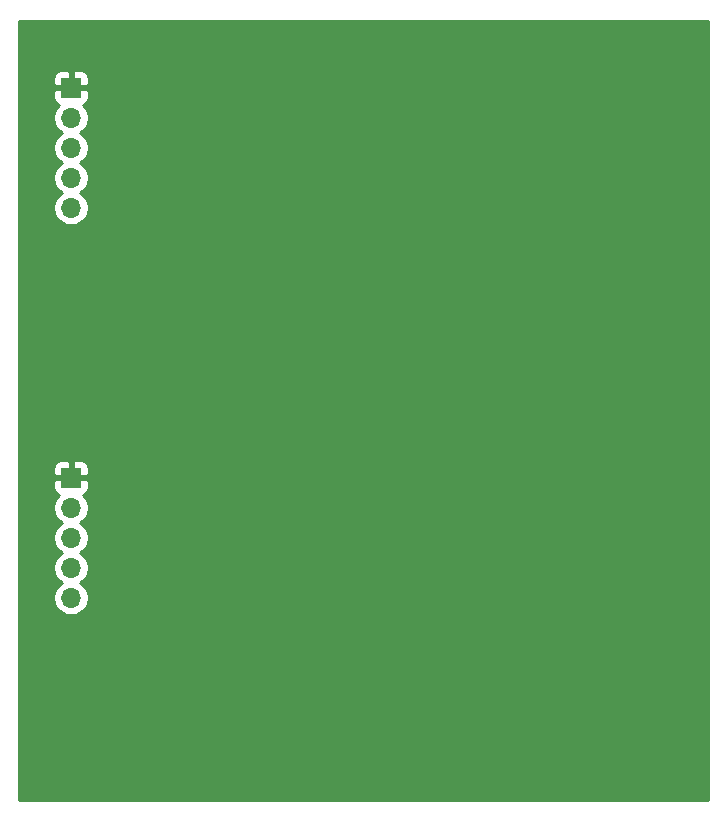
<source format=gbr>
%TF.GenerationSoftware,KiCad,Pcbnew,5.1.6-c6e7f7d~87~ubuntu20.04.1*%
%TF.CreationDate,2020-08-30T17:45:41-04:00*%
%TF.ProjectId,noob_tester,6e6f6f62-5f74-4657-9374-65722e6b6963,rev?*%
%TF.SameCoordinates,Original*%
%TF.FileFunction,Copper,L2,Bot*%
%TF.FilePolarity,Positive*%
%FSLAX46Y46*%
G04 Gerber Fmt 4.6, Leading zero omitted, Abs format (unit mm)*
G04 Created by KiCad (PCBNEW 5.1.6-c6e7f7d~87~ubuntu20.04.1) date 2020-08-30 17:45:41*
%MOMM*%
%LPD*%
G01*
G04 APERTURE LIST*
%TA.AperFunction,ComponentPad*%
%ADD10O,1.700000X1.700000*%
%TD*%
%TA.AperFunction,ComponentPad*%
%ADD11R,1.700000X1.700000*%
%TD*%
%TA.AperFunction,ViaPad*%
%ADD12C,0.800000*%
%TD*%
%TA.AperFunction,Conductor*%
%ADD13C,0.254000*%
%TD*%
G04 APERTURE END LIST*
D10*
%TO.P,J1,10*%
%TO.N,GND*%
X99060000Y-90170000D03*
%TO.P,J1,9*%
X99060000Y-87630000D03*
%TO.P,J1,8*%
X99060000Y-85090000D03*
%TO.P,J1,7*%
X99060000Y-82550000D03*
%TO.P,J1,6*%
X99060000Y-80010000D03*
%TO.P,J1,5*%
%TO.N,Net-(J1-Pad5)*%
X99060000Y-77470000D03*
%TO.P,J1,4*%
%TO.N,Net-(J1-Pad4)*%
X99060000Y-74930000D03*
%TO.P,J1,3*%
%TO.N,Net-(J1-Pad3)*%
X99060000Y-72390000D03*
%TO.P,J1,2*%
%TO.N,Net-(J1-Pad2)*%
X99060000Y-69850000D03*
D11*
%TO.P,J1,1*%
%TO.N,GND*%
X99060000Y-67310000D03*
%TD*%
%TO.P,J2,1*%
%TO.N,GND*%
X99060000Y-100330000D03*
D10*
%TO.P,J2,2*%
%TO.N,Net-(J2-Pad2)*%
X99060000Y-102870000D03*
%TO.P,J2,3*%
%TO.N,Net-(J2-Pad3)*%
X99060000Y-105410000D03*
%TO.P,J2,4*%
%TO.N,Net-(J2-Pad4)*%
X99060000Y-107950000D03*
%TO.P,J2,5*%
%TO.N,Net-(J2-Pad5)*%
X99060000Y-110490000D03*
%TO.P,J2,6*%
%TO.N,GND*%
X99060000Y-113030000D03*
%TO.P,J2,7*%
X99060000Y-115570000D03*
%TO.P,J2,8*%
X99060000Y-118110000D03*
%TO.P,J2,9*%
X99060000Y-120650000D03*
%TO.P,J2,10*%
X99060000Y-123190000D03*
%TD*%
D12*
%TO.N,GND*%
X129540000Y-127000000D03*
X144780000Y-71120000D03*
X144780000Y-104140000D03*
X99060000Y-127000000D03*
X102870000Y-127000000D03*
X106680000Y-127000000D03*
X95250000Y-127000000D03*
X110490000Y-127000000D03*
X114300000Y-127000000D03*
X118110000Y-127000000D03*
X121920000Y-127000000D03*
X125730000Y-127000000D03*
X133350000Y-127000000D03*
X137160000Y-127000000D03*
X140970000Y-127000000D03*
X144780000Y-127000000D03*
X148590000Y-127000000D03*
X152400000Y-127000000D03*
X152400000Y-123190000D03*
X152400000Y-119380000D03*
X152400000Y-115570000D03*
X152400000Y-111760000D03*
X152400000Y-107950000D03*
X152400000Y-104140000D03*
X152400000Y-100330000D03*
X152400000Y-96520000D03*
X152400000Y-92710000D03*
X152400000Y-88900000D03*
X152400000Y-85090000D03*
X152400000Y-81280000D03*
X152400000Y-77470000D03*
X152400000Y-73660000D03*
X152400000Y-69850000D03*
X152400000Y-66040000D03*
X152400000Y-62230000D03*
X95250000Y-123190000D03*
X95250000Y-119380000D03*
X95250000Y-115570000D03*
X95250000Y-111760000D03*
X95250000Y-107950000D03*
X95250000Y-104140000D03*
X95250000Y-100330000D03*
X95250000Y-96520000D03*
X95250000Y-92710000D03*
X95250000Y-88900000D03*
X95250000Y-85090000D03*
X95250000Y-81280000D03*
X95250000Y-77470000D03*
X95250000Y-73660000D03*
X95250000Y-69850000D03*
X95250000Y-66040000D03*
X95250000Y-62230000D03*
X97155000Y-94615000D03*
X100965000Y-94615000D03*
X104775000Y-94615000D03*
X108585000Y-94615000D03*
X112395000Y-94615000D03*
X116205000Y-94615000D03*
X120015000Y-94615000D03*
X123825000Y-94615000D03*
X127635000Y-94615000D03*
X131445000Y-94615000D03*
X135255000Y-94615000D03*
X139065000Y-94615000D03*
X142875000Y-94615000D03*
X146685000Y-94615000D03*
X150495000Y-94615000D03*
X99060000Y-62230000D03*
X102870000Y-62230000D03*
X106680000Y-62230000D03*
X110490000Y-62230000D03*
X114300000Y-62230000D03*
X118110000Y-62230000D03*
X121920000Y-62230000D03*
X125730000Y-62230000D03*
X129540000Y-62230000D03*
X133350000Y-62230000D03*
X137160000Y-62230000D03*
X140970000Y-62230000D03*
X144780000Y-62230000D03*
X148590000Y-62230000D03*
%TD*%
D13*
%TO.N,GND*%
G36*
X153010001Y-127610000D02*
G01*
X94640000Y-127610000D01*
X94640000Y-123546890D01*
X97618524Y-123546890D01*
X97663175Y-123694099D01*
X97788359Y-123956920D01*
X97962412Y-124190269D01*
X98178645Y-124385178D01*
X98428748Y-124534157D01*
X98703109Y-124631481D01*
X98933000Y-124510814D01*
X98933000Y-123317000D01*
X99187000Y-123317000D01*
X99187000Y-124510814D01*
X99416891Y-124631481D01*
X99691252Y-124534157D01*
X99941355Y-124385178D01*
X100157588Y-124190269D01*
X100331641Y-123956920D01*
X100456825Y-123694099D01*
X100501476Y-123546890D01*
X100380155Y-123317000D01*
X99187000Y-123317000D01*
X98933000Y-123317000D01*
X97739845Y-123317000D01*
X97618524Y-123546890D01*
X94640000Y-123546890D01*
X94640000Y-121006890D01*
X97618524Y-121006890D01*
X97663175Y-121154099D01*
X97788359Y-121416920D01*
X97962412Y-121650269D01*
X98178645Y-121845178D01*
X98304255Y-121920000D01*
X98178645Y-121994822D01*
X97962412Y-122189731D01*
X97788359Y-122423080D01*
X97663175Y-122685901D01*
X97618524Y-122833110D01*
X97739845Y-123063000D01*
X98933000Y-123063000D01*
X98933000Y-120777000D01*
X99187000Y-120777000D01*
X99187000Y-123063000D01*
X100380155Y-123063000D01*
X100501476Y-122833110D01*
X100456825Y-122685901D01*
X100331641Y-122423080D01*
X100157588Y-122189731D01*
X99941355Y-121994822D01*
X99815745Y-121920000D01*
X99941355Y-121845178D01*
X100157588Y-121650269D01*
X100331641Y-121416920D01*
X100456825Y-121154099D01*
X100501476Y-121006890D01*
X100380155Y-120777000D01*
X99187000Y-120777000D01*
X98933000Y-120777000D01*
X97739845Y-120777000D01*
X97618524Y-121006890D01*
X94640000Y-121006890D01*
X94640000Y-118466890D01*
X97618524Y-118466890D01*
X97663175Y-118614099D01*
X97788359Y-118876920D01*
X97962412Y-119110269D01*
X98178645Y-119305178D01*
X98304255Y-119380000D01*
X98178645Y-119454822D01*
X97962412Y-119649731D01*
X97788359Y-119883080D01*
X97663175Y-120145901D01*
X97618524Y-120293110D01*
X97739845Y-120523000D01*
X98933000Y-120523000D01*
X98933000Y-118237000D01*
X99187000Y-118237000D01*
X99187000Y-120523000D01*
X100380155Y-120523000D01*
X100501476Y-120293110D01*
X100456825Y-120145901D01*
X100331641Y-119883080D01*
X100157588Y-119649731D01*
X99941355Y-119454822D01*
X99815745Y-119380000D01*
X99941355Y-119305178D01*
X100157588Y-119110269D01*
X100331641Y-118876920D01*
X100456825Y-118614099D01*
X100501476Y-118466890D01*
X100380155Y-118237000D01*
X99187000Y-118237000D01*
X98933000Y-118237000D01*
X97739845Y-118237000D01*
X97618524Y-118466890D01*
X94640000Y-118466890D01*
X94640000Y-115926890D01*
X97618524Y-115926890D01*
X97663175Y-116074099D01*
X97788359Y-116336920D01*
X97962412Y-116570269D01*
X98178645Y-116765178D01*
X98304255Y-116840000D01*
X98178645Y-116914822D01*
X97962412Y-117109731D01*
X97788359Y-117343080D01*
X97663175Y-117605901D01*
X97618524Y-117753110D01*
X97739845Y-117983000D01*
X98933000Y-117983000D01*
X98933000Y-115697000D01*
X99187000Y-115697000D01*
X99187000Y-117983000D01*
X100380155Y-117983000D01*
X100501476Y-117753110D01*
X100456825Y-117605901D01*
X100331641Y-117343080D01*
X100157588Y-117109731D01*
X99941355Y-116914822D01*
X99815745Y-116840000D01*
X99941355Y-116765178D01*
X100157588Y-116570269D01*
X100331641Y-116336920D01*
X100456825Y-116074099D01*
X100501476Y-115926890D01*
X100380155Y-115697000D01*
X99187000Y-115697000D01*
X98933000Y-115697000D01*
X97739845Y-115697000D01*
X97618524Y-115926890D01*
X94640000Y-115926890D01*
X94640000Y-113386890D01*
X97618524Y-113386890D01*
X97663175Y-113534099D01*
X97788359Y-113796920D01*
X97962412Y-114030269D01*
X98178645Y-114225178D01*
X98304255Y-114300000D01*
X98178645Y-114374822D01*
X97962412Y-114569731D01*
X97788359Y-114803080D01*
X97663175Y-115065901D01*
X97618524Y-115213110D01*
X97739845Y-115443000D01*
X98933000Y-115443000D01*
X98933000Y-113157000D01*
X99187000Y-113157000D01*
X99187000Y-115443000D01*
X100380155Y-115443000D01*
X100501476Y-115213110D01*
X100456825Y-115065901D01*
X100331641Y-114803080D01*
X100157588Y-114569731D01*
X99941355Y-114374822D01*
X99815745Y-114300000D01*
X99941355Y-114225178D01*
X100157588Y-114030269D01*
X100331641Y-113796920D01*
X100456825Y-113534099D01*
X100501476Y-113386890D01*
X100380155Y-113157000D01*
X99187000Y-113157000D01*
X98933000Y-113157000D01*
X97739845Y-113157000D01*
X97618524Y-113386890D01*
X94640000Y-113386890D01*
X94640000Y-101180000D01*
X97571928Y-101180000D01*
X97584188Y-101304482D01*
X97620498Y-101424180D01*
X97679463Y-101534494D01*
X97758815Y-101631185D01*
X97855506Y-101710537D01*
X97965820Y-101769502D01*
X98038380Y-101791513D01*
X97906525Y-101923368D01*
X97744010Y-102166589D01*
X97632068Y-102436842D01*
X97575000Y-102723740D01*
X97575000Y-103016260D01*
X97632068Y-103303158D01*
X97744010Y-103573411D01*
X97906525Y-103816632D01*
X98113368Y-104023475D01*
X98287760Y-104140000D01*
X98113368Y-104256525D01*
X97906525Y-104463368D01*
X97744010Y-104706589D01*
X97632068Y-104976842D01*
X97575000Y-105263740D01*
X97575000Y-105556260D01*
X97632068Y-105843158D01*
X97744010Y-106113411D01*
X97906525Y-106356632D01*
X98113368Y-106563475D01*
X98287760Y-106680000D01*
X98113368Y-106796525D01*
X97906525Y-107003368D01*
X97744010Y-107246589D01*
X97632068Y-107516842D01*
X97575000Y-107803740D01*
X97575000Y-108096260D01*
X97632068Y-108383158D01*
X97744010Y-108653411D01*
X97906525Y-108896632D01*
X98113368Y-109103475D01*
X98287760Y-109220000D01*
X98113368Y-109336525D01*
X97906525Y-109543368D01*
X97744010Y-109786589D01*
X97632068Y-110056842D01*
X97575000Y-110343740D01*
X97575000Y-110636260D01*
X97632068Y-110923158D01*
X97744010Y-111193411D01*
X97906525Y-111436632D01*
X98113368Y-111643475D01*
X98295534Y-111765195D01*
X98178645Y-111834822D01*
X97962412Y-112029731D01*
X97788359Y-112263080D01*
X97663175Y-112525901D01*
X97618524Y-112673110D01*
X97739845Y-112903000D01*
X98933000Y-112903000D01*
X98933000Y-112883000D01*
X99187000Y-112883000D01*
X99187000Y-112903000D01*
X100380155Y-112903000D01*
X100501476Y-112673110D01*
X100456825Y-112525901D01*
X100331641Y-112263080D01*
X100157588Y-112029731D01*
X99941355Y-111834822D01*
X99824466Y-111765195D01*
X100006632Y-111643475D01*
X100213475Y-111436632D01*
X100375990Y-111193411D01*
X100487932Y-110923158D01*
X100545000Y-110636260D01*
X100545000Y-110343740D01*
X100487932Y-110056842D01*
X100375990Y-109786589D01*
X100213475Y-109543368D01*
X100006632Y-109336525D01*
X99832240Y-109220000D01*
X100006632Y-109103475D01*
X100213475Y-108896632D01*
X100375990Y-108653411D01*
X100487932Y-108383158D01*
X100545000Y-108096260D01*
X100545000Y-107803740D01*
X100487932Y-107516842D01*
X100375990Y-107246589D01*
X100213475Y-107003368D01*
X100006632Y-106796525D01*
X99832240Y-106680000D01*
X100006632Y-106563475D01*
X100213475Y-106356632D01*
X100375990Y-106113411D01*
X100487932Y-105843158D01*
X100545000Y-105556260D01*
X100545000Y-105263740D01*
X100487932Y-104976842D01*
X100375990Y-104706589D01*
X100213475Y-104463368D01*
X100006632Y-104256525D01*
X99832240Y-104140000D01*
X100006632Y-104023475D01*
X100213475Y-103816632D01*
X100375990Y-103573411D01*
X100487932Y-103303158D01*
X100545000Y-103016260D01*
X100545000Y-102723740D01*
X100487932Y-102436842D01*
X100375990Y-102166589D01*
X100213475Y-101923368D01*
X100081620Y-101791513D01*
X100154180Y-101769502D01*
X100264494Y-101710537D01*
X100361185Y-101631185D01*
X100440537Y-101534494D01*
X100499502Y-101424180D01*
X100535812Y-101304482D01*
X100548072Y-101180000D01*
X100545000Y-100615750D01*
X100386250Y-100457000D01*
X99187000Y-100457000D01*
X99187000Y-100477000D01*
X98933000Y-100477000D01*
X98933000Y-100457000D01*
X97733750Y-100457000D01*
X97575000Y-100615750D01*
X97571928Y-101180000D01*
X94640000Y-101180000D01*
X94640000Y-99480000D01*
X97571928Y-99480000D01*
X97575000Y-100044250D01*
X97733750Y-100203000D01*
X98933000Y-100203000D01*
X98933000Y-99003750D01*
X99187000Y-99003750D01*
X99187000Y-100203000D01*
X100386250Y-100203000D01*
X100545000Y-100044250D01*
X100548072Y-99480000D01*
X100535812Y-99355518D01*
X100499502Y-99235820D01*
X100440537Y-99125506D01*
X100361185Y-99028815D01*
X100264494Y-98949463D01*
X100154180Y-98890498D01*
X100034482Y-98854188D01*
X99910000Y-98841928D01*
X99345750Y-98845000D01*
X99187000Y-99003750D01*
X98933000Y-99003750D01*
X98774250Y-98845000D01*
X98210000Y-98841928D01*
X98085518Y-98854188D01*
X97965820Y-98890498D01*
X97855506Y-98949463D01*
X97758815Y-99028815D01*
X97679463Y-99125506D01*
X97620498Y-99235820D01*
X97584188Y-99355518D01*
X97571928Y-99480000D01*
X94640000Y-99480000D01*
X94640000Y-90526890D01*
X97618524Y-90526890D01*
X97663175Y-90674099D01*
X97788359Y-90936920D01*
X97962412Y-91170269D01*
X98178645Y-91365178D01*
X98428748Y-91514157D01*
X98703109Y-91611481D01*
X98933000Y-91490814D01*
X98933000Y-90297000D01*
X99187000Y-90297000D01*
X99187000Y-91490814D01*
X99416891Y-91611481D01*
X99691252Y-91514157D01*
X99941355Y-91365178D01*
X100157588Y-91170269D01*
X100331641Y-90936920D01*
X100456825Y-90674099D01*
X100501476Y-90526890D01*
X100380155Y-90297000D01*
X99187000Y-90297000D01*
X98933000Y-90297000D01*
X97739845Y-90297000D01*
X97618524Y-90526890D01*
X94640000Y-90526890D01*
X94640000Y-87986890D01*
X97618524Y-87986890D01*
X97663175Y-88134099D01*
X97788359Y-88396920D01*
X97962412Y-88630269D01*
X98178645Y-88825178D01*
X98304255Y-88900000D01*
X98178645Y-88974822D01*
X97962412Y-89169731D01*
X97788359Y-89403080D01*
X97663175Y-89665901D01*
X97618524Y-89813110D01*
X97739845Y-90043000D01*
X98933000Y-90043000D01*
X98933000Y-87757000D01*
X99187000Y-87757000D01*
X99187000Y-90043000D01*
X100380155Y-90043000D01*
X100501476Y-89813110D01*
X100456825Y-89665901D01*
X100331641Y-89403080D01*
X100157588Y-89169731D01*
X99941355Y-88974822D01*
X99815745Y-88900000D01*
X99941355Y-88825178D01*
X100157588Y-88630269D01*
X100331641Y-88396920D01*
X100456825Y-88134099D01*
X100501476Y-87986890D01*
X100380155Y-87757000D01*
X99187000Y-87757000D01*
X98933000Y-87757000D01*
X97739845Y-87757000D01*
X97618524Y-87986890D01*
X94640000Y-87986890D01*
X94640000Y-85446890D01*
X97618524Y-85446890D01*
X97663175Y-85594099D01*
X97788359Y-85856920D01*
X97962412Y-86090269D01*
X98178645Y-86285178D01*
X98304255Y-86360000D01*
X98178645Y-86434822D01*
X97962412Y-86629731D01*
X97788359Y-86863080D01*
X97663175Y-87125901D01*
X97618524Y-87273110D01*
X97739845Y-87503000D01*
X98933000Y-87503000D01*
X98933000Y-85217000D01*
X99187000Y-85217000D01*
X99187000Y-87503000D01*
X100380155Y-87503000D01*
X100501476Y-87273110D01*
X100456825Y-87125901D01*
X100331641Y-86863080D01*
X100157588Y-86629731D01*
X99941355Y-86434822D01*
X99815745Y-86360000D01*
X99941355Y-86285178D01*
X100157588Y-86090269D01*
X100331641Y-85856920D01*
X100456825Y-85594099D01*
X100501476Y-85446890D01*
X100380155Y-85217000D01*
X99187000Y-85217000D01*
X98933000Y-85217000D01*
X97739845Y-85217000D01*
X97618524Y-85446890D01*
X94640000Y-85446890D01*
X94640000Y-82906890D01*
X97618524Y-82906890D01*
X97663175Y-83054099D01*
X97788359Y-83316920D01*
X97962412Y-83550269D01*
X98178645Y-83745178D01*
X98304255Y-83820000D01*
X98178645Y-83894822D01*
X97962412Y-84089731D01*
X97788359Y-84323080D01*
X97663175Y-84585901D01*
X97618524Y-84733110D01*
X97739845Y-84963000D01*
X98933000Y-84963000D01*
X98933000Y-82677000D01*
X99187000Y-82677000D01*
X99187000Y-84963000D01*
X100380155Y-84963000D01*
X100501476Y-84733110D01*
X100456825Y-84585901D01*
X100331641Y-84323080D01*
X100157588Y-84089731D01*
X99941355Y-83894822D01*
X99815745Y-83820000D01*
X99941355Y-83745178D01*
X100157588Y-83550269D01*
X100331641Y-83316920D01*
X100456825Y-83054099D01*
X100501476Y-82906890D01*
X100380155Y-82677000D01*
X99187000Y-82677000D01*
X98933000Y-82677000D01*
X97739845Y-82677000D01*
X97618524Y-82906890D01*
X94640000Y-82906890D01*
X94640000Y-80366890D01*
X97618524Y-80366890D01*
X97663175Y-80514099D01*
X97788359Y-80776920D01*
X97962412Y-81010269D01*
X98178645Y-81205178D01*
X98304255Y-81280000D01*
X98178645Y-81354822D01*
X97962412Y-81549731D01*
X97788359Y-81783080D01*
X97663175Y-82045901D01*
X97618524Y-82193110D01*
X97739845Y-82423000D01*
X98933000Y-82423000D01*
X98933000Y-80137000D01*
X99187000Y-80137000D01*
X99187000Y-82423000D01*
X100380155Y-82423000D01*
X100501476Y-82193110D01*
X100456825Y-82045901D01*
X100331641Y-81783080D01*
X100157588Y-81549731D01*
X99941355Y-81354822D01*
X99815745Y-81280000D01*
X99941355Y-81205178D01*
X100157588Y-81010269D01*
X100331641Y-80776920D01*
X100456825Y-80514099D01*
X100501476Y-80366890D01*
X100380155Y-80137000D01*
X99187000Y-80137000D01*
X98933000Y-80137000D01*
X97739845Y-80137000D01*
X97618524Y-80366890D01*
X94640000Y-80366890D01*
X94640000Y-68160000D01*
X97571928Y-68160000D01*
X97584188Y-68284482D01*
X97620498Y-68404180D01*
X97679463Y-68514494D01*
X97758815Y-68611185D01*
X97855506Y-68690537D01*
X97965820Y-68749502D01*
X98038380Y-68771513D01*
X97906525Y-68903368D01*
X97744010Y-69146589D01*
X97632068Y-69416842D01*
X97575000Y-69703740D01*
X97575000Y-69996260D01*
X97632068Y-70283158D01*
X97744010Y-70553411D01*
X97906525Y-70796632D01*
X98113368Y-71003475D01*
X98287760Y-71120000D01*
X98113368Y-71236525D01*
X97906525Y-71443368D01*
X97744010Y-71686589D01*
X97632068Y-71956842D01*
X97575000Y-72243740D01*
X97575000Y-72536260D01*
X97632068Y-72823158D01*
X97744010Y-73093411D01*
X97906525Y-73336632D01*
X98113368Y-73543475D01*
X98287760Y-73660000D01*
X98113368Y-73776525D01*
X97906525Y-73983368D01*
X97744010Y-74226589D01*
X97632068Y-74496842D01*
X97575000Y-74783740D01*
X97575000Y-75076260D01*
X97632068Y-75363158D01*
X97744010Y-75633411D01*
X97906525Y-75876632D01*
X98113368Y-76083475D01*
X98287760Y-76200000D01*
X98113368Y-76316525D01*
X97906525Y-76523368D01*
X97744010Y-76766589D01*
X97632068Y-77036842D01*
X97575000Y-77323740D01*
X97575000Y-77616260D01*
X97632068Y-77903158D01*
X97744010Y-78173411D01*
X97906525Y-78416632D01*
X98113368Y-78623475D01*
X98295534Y-78745195D01*
X98178645Y-78814822D01*
X97962412Y-79009731D01*
X97788359Y-79243080D01*
X97663175Y-79505901D01*
X97618524Y-79653110D01*
X97739845Y-79883000D01*
X98933000Y-79883000D01*
X98933000Y-79863000D01*
X99187000Y-79863000D01*
X99187000Y-79883000D01*
X100380155Y-79883000D01*
X100501476Y-79653110D01*
X100456825Y-79505901D01*
X100331641Y-79243080D01*
X100157588Y-79009731D01*
X99941355Y-78814822D01*
X99824466Y-78745195D01*
X100006632Y-78623475D01*
X100213475Y-78416632D01*
X100375990Y-78173411D01*
X100487932Y-77903158D01*
X100545000Y-77616260D01*
X100545000Y-77323740D01*
X100487932Y-77036842D01*
X100375990Y-76766589D01*
X100213475Y-76523368D01*
X100006632Y-76316525D01*
X99832240Y-76200000D01*
X100006632Y-76083475D01*
X100213475Y-75876632D01*
X100375990Y-75633411D01*
X100487932Y-75363158D01*
X100545000Y-75076260D01*
X100545000Y-74783740D01*
X100487932Y-74496842D01*
X100375990Y-74226589D01*
X100213475Y-73983368D01*
X100006632Y-73776525D01*
X99832240Y-73660000D01*
X100006632Y-73543475D01*
X100213475Y-73336632D01*
X100375990Y-73093411D01*
X100487932Y-72823158D01*
X100545000Y-72536260D01*
X100545000Y-72243740D01*
X100487932Y-71956842D01*
X100375990Y-71686589D01*
X100213475Y-71443368D01*
X100006632Y-71236525D01*
X99832240Y-71120000D01*
X100006632Y-71003475D01*
X100213475Y-70796632D01*
X100375990Y-70553411D01*
X100487932Y-70283158D01*
X100545000Y-69996260D01*
X100545000Y-69703740D01*
X100487932Y-69416842D01*
X100375990Y-69146589D01*
X100213475Y-68903368D01*
X100081620Y-68771513D01*
X100154180Y-68749502D01*
X100264494Y-68690537D01*
X100361185Y-68611185D01*
X100440537Y-68514494D01*
X100499502Y-68404180D01*
X100535812Y-68284482D01*
X100548072Y-68160000D01*
X100545000Y-67595750D01*
X100386250Y-67437000D01*
X99187000Y-67437000D01*
X99187000Y-67457000D01*
X98933000Y-67457000D01*
X98933000Y-67437000D01*
X97733750Y-67437000D01*
X97575000Y-67595750D01*
X97571928Y-68160000D01*
X94640000Y-68160000D01*
X94640000Y-66460000D01*
X97571928Y-66460000D01*
X97575000Y-67024250D01*
X97733750Y-67183000D01*
X98933000Y-67183000D01*
X98933000Y-65983750D01*
X99187000Y-65983750D01*
X99187000Y-67183000D01*
X100386250Y-67183000D01*
X100545000Y-67024250D01*
X100548072Y-66460000D01*
X100535812Y-66335518D01*
X100499502Y-66215820D01*
X100440537Y-66105506D01*
X100361185Y-66008815D01*
X100264494Y-65929463D01*
X100154180Y-65870498D01*
X100034482Y-65834188D01*
X99910000Y-65821928D01*
X99345750Y-65825000D01*
X99187000Y-65983750D01*
X98933000Y-65983750D01*
X98774250Y-65825000D01*
X98210000Y-65821928D01*
X98085518Y-65834188D01*
X97965820Y-65870498D01*
X97855506Y-65929463D01*
X97758815Y-66008815D01*
X97679463Y-66105506D01*
X97620498Y-66215820D01*
X97584188Y-66335518D01*
X97571928Y-66460000D01*
X94640000Y-66460000D01*
X94640000Y-61620000D01*
X153010000Y-61620000D01*
X153010001Y-127610000D01*
G37*
X153010001Y-127610000D02*
X94640000Y-127610000D01*
X94640000Y-123546890D01*
X97618524Y-123546890D01*
X97663175Y-123694099D01*
X97788359Y-123956920D01*
X97962412Y-124190269D01*
X98178645Y-124385178D01*
X98428748Y-124534157D01*
X98703109Y-124631481D01*
X98933000Y-124510814D01*
X98933000Y-123317000D01*
X99187000Y-123317000D01*
X99187000Y-124510814D01*
X99416891Y-124631481D01*
X99691252Y-124534157D01*
X99941355Y-124385178D01*
X100157588Y-124190269D01*
X100331641Y-123956920D01*
X100456825Y-123694099D01*
X100501476Y-123546890D01*
X100380155Y-123317000D01*
X99187000Y-123317000D01*
X98933000Y-123317000D01*
X97739845Y-123317000D01*
X97618524Y-123546890D01*
X94640000Y-123546890D01*
X94640000Y-121006890D01*
X97618524Y-121006890D01*
X97663175Y-121154099D01*
X97788359Y-121416920D01*
X97962412Y-121650269D01*
X98178645Y-121845178D01*
X98304255Y-121920000D01*
X98178645Y-121994822D01*
X97962412Y-122189731D01*
X97788359Y-122423080D01*
X97663175Y-122685901D01*
X97618524Y-122833110D01*
X97739845Y-123063000D01*
X98933000Y-123063000D01*
X98933000Y-120777000D01*
X99187000Y-120777000D01*
X99187000Y-123063000D01*
X100380155Y-123063000D01*
X100501476Y-122833110D01*
X100456825Y-122685901D01*
X100331641Y-122423080D01*
X100157588Y-122189731D01*
X99941355Y-121994822D01*
X99815745Y-121920000D01*
X99941355Y-121845178D01*
X100157588Y-121650269D01*
X100331641Y-121416920D01*
X100456825Y-121154099D01*
X100501476Y-121006890D01*
X100380155Y-120777000D01*
X99187000Y-120777000D01*
X98933000Y-120777000D01*
X97739845Y-120777000D01*
X97618524Y-121006890D01*
X94640000Y-121006890D01*
X94640000Y-118466890D01*
X97618524Y-118466890D01*
X97663175Y-118614099D01*
X97788359Y-118876920D01*
X97962412Y-119110269D01*
X98178645Y-119305178D01*
X98304255Y-119380000D01*
X98178645Y-119454822D01*
X97962412Y-119649731D01*
X97788359Y-119883080D01*
X97663175Y-120145901D01*
X97618524Y-120293110D01*
X97739845Y-120523000D01*
X98933000Y-120523000D01*
X98933000Y-118237000D01*
X99187000Y-118237000D01*
X99187000Y-120523000D01*
X100380155Y-120523000D01*
X100501476Y-120293110D01*
X100456825Y-120145901D01*
X100331641Y-119883080D01*
X100157588Y-119649731D01*
X99941355Y-119454822D01*
X99815745Y-119380000D01*
X99941355Y-119305178D01*
X100157588Y-119110269D01*
X100331641Y-118876920D01*
X100456825Y-118614099D01*
X100501476Y-118466890D01*
X100380155Y-118237000D01*
X99187000Y-118237000D01*
X98933000Y-118237000D01*
X97739845Y-118237000D01*
X97618524Y-118466890D01*
X94640000Y-118466890D01*
X94640000Y-115926890D01*
X97618524Y-115926890D01*
X97663175Y-116074099D01*
X97788359Y-116336920D01*
X97962412Y-116570269D01*
X98178645Y-116765178D01*
X98304255Y-116840000D01*
X98178645Y-116914822D01*
X97962412Y-117109731D01*
X97788359Y-117343080D01*
X97663175Y-117605901D01*
X97618524Y-117753110D01*
X97739845Y-117983000D01*
X98933000Y-117983000D01*
X98933000Y-115697000D01*
X99187000Y-115697000D01*
X99187000Y-117983000D01*
X100380155Y-117983000D01*
X100501476Y-117753110D01*
X100456825Y-117605901D01*
X100331641Y-117343080D01*
X100157588Y-117109731D01*
X99941355Y-116914822D01*
X99815745Y-116840000D01*
X99941355Y-116765178D01*
X100157588Y-116570269D01*
X100331641Y-116336920D01*
X100456825Y-116074099D01*
X100501476Y-115926890D01*
X100380155Y-115697000D01*
X99187000Y-115697000D01*
X98933000Y-115697000D01*
X97739845Y-115697000D01*
X97618524Y-115926890D01*
X94640000Y-115926890D01*
X94640000Y-113386890D01*
X97618524Y-113386890D01*
X97663175Y-113534099D01*
X97788359Y-113796920D01*
X97962412Y-114030269D01*
X98178645Y-114225178D01*
X98304255Y-114300000D01*
X98178645Y-114374822D01*
X97962412Y-114569731D01*
X97788359Y-114803080D01*
X97663175Y-115065901D01*
X97618524Y-115213110D01*
X97739845Y-115443000D01*
X98933000Y-115443000D01*
X98933000Y-113157000D01*
X99187000Y-113157000D01*
X99187000Y-115443000D01*
X100380155Y-115443000D01*
X100501476Y-115213110D01*
X100456825Y-115065901D01*
X100331641Y-114803080D01*
X100157588Y-114569731D01*
X99941355Y-114374822D01*
X99815745Y-114300000D01*
X99941355Y-114225178D01*
X100157588Y-114030269D01*
X100331641Y-113796920D01*
X100456825Y-113534099D01*
X100501476Y-113386890D01*
X100380155Y-113157000D01*
X99187000Y-113157000D01*
X98933000Y-113157000D01*
X97739845Y-113157000D01*
X97618524Y-113386890D01*
X94640000Y-113386890D01*
X94640000Y-101180000D01*
X97571928Y-101180000D01*
X97584188Y-101304482D01*
X97620498Y-101424180D01*
X97679463Y-101534494D01*
X97758815Y-101631185D01*
X97855506Y-101710537D01*
X97965820Y-101769502D01*
X98038380Y-101791513D01*
X97906525Y-101923368D01*
X97744010Y-102166589D01*
X97632068Y-102436842D01*
X97575000Y-102723740D01*
X97575000Y-103016260D01*
X97632068Y-103303158D01*
X97744010Y-103573411D01*
X97906525Y-103816632D01*
X98113368Y-104023475D01*
X98287760Y-104140000D01*
X98113368Y-104256525D01*
X97906525Y-104463368D01*
X97744010Y-104706589D01*
X97632068Y-104976842D01*
X97575000Y-105263740D01*
X97575000Y-105556260D01*
X97632068Y-105843158D01*
X97744010Y-106113411D01*
X97906525Y-106356632D01*
X98113368Y-106563475D01*
X98287760Y-106680000D01*
X98113368Y-106796525D01*
X97906525Y-107003368D01*
X97744010Y-107246589D01*
X97632068Y-107516842D01*
X97575000Y-107803740D01*
X97575000Y-108096260D01*
X97632068Y-108383158D01*
X97744010Y-108653411D01*
X97906525Y-108896632D01*
X98113368Y-109103475D01*
X98287760Y-109220000D01*
X98113368Y-109336525D01*
X97906525Y-109543368D01*
X97744010Y-109786589D01*
X97632068Y-110056842D01*
X97575000Y-110343740D01*
X97575000Y-110636260D01*
X97632068Y-110923158D01*
X97744010Y-111193411D01*
X97906525Y-111436632D01*
X98113368Y-111643475D01*
X98295534Y-111765195D01*
X98178645Y-111834822D01*
X97962412Y-112029731D01*
X97788359Y-112263080D01*
X97663175Y-112525901D01*
X97618524Y-112673110D01*
X97739845Y-112903000D01*
X98933000Y-112903000D01*
X98933000Y-112883000D01*
X99187000Y-112883000D01*
X99187000Y-112903000D01*
X100380155Y-112903000D01*
X100501476Y-112673110D01*
X100456825Y-112525901D01*
X100331641Y-112263080D01*
X100157588Y-112029731D01*
X99941355Y-111834822D01*
X99824466Y-111765195D01*
X100006632Y-111643475D01*
X100213475Y-111436632D01*
X100375990Y-111193411D01*
X100487932Y-110923158D01*
X100545000Y-110636260D01*
X100545000Y-110343740D01*
X100487932Y-110056842D01*
X100375990Y-109786589D01*
X100213475Y-109543368D01*
X100006632Y-109336525D01*
X99832240Y-109220000D01*
X100006632Y-109103475D01*
X100213475Y-108896632D01*
X100375990Y-108653411D01*
X100487932Y-108383158D01*
X100545000Y-108096260D01*
X100545000Y-107803740D01*
X100487932Y-107516842D01*
X100375990Y-107246589D01*
X100213475Y-107003368D01*
X100006632Y-106796525D01*
X99832240Y-106680000D01*
X100006632Y-106563475D01*
X100213475Y-106356632D01*
X100375990Y-106113411D01*
X100487932Y-105843158D01*
X100545000Y-105556260D01*
X100545000Y-105263740D01*
X100487932Y-104976842D01*
X100375990Y-104706589D01*
X100213475Y-104463368D01*
X100006632Y-104256525D01*
X99832240Y-104140000D01*
X100006632Y-104023475D01*
X100213475Y-103816632D01*
X100375990Y-103573411D01*
X100487932Y-103303158D01*
X100545000Y-103016260D01*
X100545000Y-102723740D01*
X100487932Y-102436842D01*
X100375990Y-102166589D01*
X100213475Y-101923368D01*
X100081620Y-101791513D01*
X100154180Y-101769502D01*
X100264494Y-101710537D01*
X100361185Y-101631185D01*
X100440537Y-101534494D01*
X100499502Y-101424180D01*
X100535812Y-101304482D01*
X100548072Y-101180000D01*
X100545000Y-100615750D01*
X100386250Y-100457000D01*
X99187000Y-100457000D01*
X99187000Y-100477000D01*
X98933000Y-100477000D01*
X98933000Y-100457000D01*
X97733750Y-100457000D01*
X97575000Y-100615750D01*
X97571928Y-101180000D01*
X94640000Y-101180000D01*
X94640000Y-99480000D01*
X97571928Y-99480000D01*
X97575000Y-100044250D01*
X97733750Y-100203000D01*
X98933000Y-100203000D01*
X98933000Y-99003750D01*
X99187000Y-99003750D01*
X99187000Y-100203000D01*
X100386250Y-100203000D01*
X100545000Y-100044250D01*
X100548072Y-99480000D01*
X100535812Y-99355518D01*
X100499502Y-99235820D01*
X100440537Y-99125506D01*
X100361185Y-99028815D01*
X100264494Y-98949463D01*
X100154180Y-98890498D01*
X100034482Y-98854188D01*
X99910000Y-98841928D01*
X99345750Y-98845000D01*
X99187000Y-99003750D01*
X98933000Y-99003750D01*
X98774250Y-98845000D01*
X98210000Y-98841928D01*
X98085518Y-98854188D01*
X97965820Y-98890498D01*
X97855506Y-98949463D01*
X97758815Y-99028815D01*
X97679463Y-99125506D01*
X97620498Y-99235820D01*
X97584188Y-99355518D01*
X97571928Y-99480000D01*
X94640000Y-99480000D01*
X94640000Y-90526890D01*
X97618524Y-90526890D01*
X97663175Y-90674099D01*
X97788359Y-90936920D01*
X97962412Y-91170269D01*
X98178645Y-91365178D01*
X98428748Y-91514157D01*
X98703109Y-91611481D01*
X98933000Y-91490814D01*
X98933000Y-90297000D01*
X99187000Y-90297000D01*
X99187000Y-91490814D01*
X99416891Y-91611481D01*
X99691252Y-91514157D01*
X99941355Y-91365178D01*
X100157588Y-91170269D01*
X100331641Y-90936920D01*
X100456825Y-90674099D01*
X100501476Y-90526890D01*
X100380155Y-90297000D01*
X99187000Y-90297000D01*
X98933000Y-90297000D01*
X97739845Y-90297000D01*
X97618524Y-90526890D01*
X94640000Y-90526890D01*
X94640000Y-87986890D01*
X97618524Y-87986890D01*
X97663175Y-88134099D01*
X97788359Y-88396920D01*
X97962412Y-88630269D01*
X98178645Y-88825178D01*
X98304255Y-88900000D01*
X98178645Y-88974822D01*
X97962412Y-89169731D01*
X97788359Y-89403080D01*
X97663175Y-89665901D01*
X97618524Y-89813110D01*
X97739845Y-90043000D01*
X98933000Y-90043000D01*
X98933000Y-87757000D01*
X99187000Y-87757000D01*
X99187000Y-90043000D01*
X100380155Y-90043000D01*
X100501476Y-89813110D01*
X100456825Y-89665901D01*
X100331641Y-89403080D01*
X100157588Y-89169731D01*
X99941355Y-88974822D01*
X99815745Y-88900000D01*
X99941355Y-88825178D01*
X100157588Y-88630269D01*
X100331641Y-88396920D01*
X100456825Y-88134099D01*
X100501476Y-87986890D01*
X100380155Y-87757000D01*
X99187000Y-87757000D01*
X98933000Y-87757000D01*
X97739845Y-87757000D01*
X97618524Y-87986890D01*
X94640000Y-87986890D01*
X94640000Y-85446890D01*
X97618524Y-85446890D01*
X97663175Y-85594099D01*
X97788359Y-85856920D01*
X97962412Y-86090269D01*
X98178645Y-86285178D01*
X98304255Y-86360000D01*
X98178645Y-86434822D01*
X97962412Y-86629731D01*
X97788359Y-86863080D01*
X97663175Y-87125901D01*
X97618524Y-87273110D01*
X97739845Y-87503000D01*
X98933000Y-87503000D01*
X98933000Y-85217000D01*
X99187000Y-85217000D01*
X99187000Y-87503000D01*
X100380155Y-87503000D01*
X100501476Y-87273110D01*
X100456825Y-87125901D01*
X100331641Y-86863080D01*
X100157588Y-86629731D01*
X99941355Y-86434822D01*
X99815745Y-86360000D01*
X99941355Y-86285178D01*
X100157588Y-86090269D01*
X100331641Y-85856920D01*
X100456825Y-85594099D01*
X100501476Y-85446890D01*
X100380155Y-85217000D01*
X99187000Y-85217000D01*
X98933000Y-85217000D01*
X97739845Y-85217000D01*
X97618524Y-85446890D01*
X94640000Y-85446890D01*
X94640000Y-82906890D01*
X97618524Y-82906890D01*
X97663175Y-83054099D01*
X97788359Y-83316920D01*
X97962412Y-83550269D01*
X98178645Y-83745178D01*
X98304255Y-83820000D01*
X98178645Y-83894822D01*
X97962412Y-84089731D01*
X97788359Y-84323080D01*
X97663175Y-84585901D01*
X97618524Y-84733110D01*
X97739845Y-84963000D01*
X98933000Y-84963000D01*
X98933000Y-82677000D01*
X99187000Y-82677000D01*
X99187000Y-84963000D01*
X100380155Y-84963000D01*
X100501476Y-84733110D01*
X100456825Y-84585901D01*
X100331641Y-84323080D01*
X100157588Y-84089731D01*
X99941355Y-83894822D01*
X99815745Y-83820000D01*
X99941355Y-83745178D01*
X100157588Y-83550269D01*
X100331641Y-83316920D01*
X100456825Y-83054099D01*
X100501476Y-82906890D01*
X100380155Y-82677000D01*
X99187000Y-82677000D01*
X98933000Y-82677000D01*
X97739845Y-82677000D01*
X97618524Y-82906890D01*
X94640000Y-82906890D01*
X94640000Y-80366890D01*
X97618524Y-80366890D01*
X97663175Y-80514099D01*
X97788359Y-80776920D01*
X97962412Y-81010269D01*
X98178645Y-81205178D01*
X98304255Y-81280000D01*
X98178645Y-81354822D01*
X97962412Y-81549731D01*
X97788359Y-81783080D01*
X97663175Y-82045901D01*
X97618524Y-82193110D01*
X97739845Y-82423000D01*
X98933000Y-82423000D01*
X98933000Y-80137000D01*
X99187000Y-80137000D01*
X99187000Y-82423000D01*
X100380155Y-82423000D01*
X100501476Y-82193110D01*
X100456825Y-82045901D01*
X100331641Y-81783080D01*
X100157588Y-81549731D01*
X99941355Y-81354822D01*
X99815745Y-81280000D01*
X99941355Y-81205178D01*
X100157588Y-81010269D01*
X100331641Y-80776920D01*
X100456825Y-80514099D01*
X100501476Y-80366890D01*
X100380155Y-80137000D01*
X99187000Y-80137000D01*
X98933000Y-80137000D01*
X97739845Y-80137000D01*
X97618524Y-80366890D01*
X94640000Y-80366890D01*
X94640000Y-68160000D01*
X97571928Y-68160000D01*
X97584188Y-68284482D01*
X97620498Y-68404180D01*
X97679463Y-68514494D01*
X97758815Y-68611185D01*
X97855506Y-68690537D01*
X97965820Y-68749502D01*
X98038380Y-68771513D01*
X97906525Y-68903368D01*
X97744010Y-69146589D01*
X97632068Y-69416842D01*
X97575000Y-69703740D01*
X97575000Y-69996260D01*
X97632068Y-70283158D01*
X97744010Y-70553411D01*
X97906525Y-70796632D01*
X98113368Y-71003475D01*
X98287760Y-71120000D01*
X98113368Y-71236525D01*
X97906525Y-71443368D01*
X97744010Y-71686589D01*
X97632068Y-71956842D01*
X97575000Y-72243740D01*
X97575000Y-72536260D01*
X97632068Y-72823158D01*
X97744010Y-73093411D01*
X97906525Y-73336632D01*
X98113368Y-73543475D01*
X98287760Y-73660000D01*
X98113368Y-73776525D01*
X97906525Y-73983368D01*
X97744010Y-74226589D01*
X97632068Y-74496842D01*
X97575000Y-74783740D01*
X97575000Y-75076260D01*
X97632068Y-75363158D01*
X97744010Y-75633411D01*
X97906525Y-75876632D01*
X98113368Y-76083475D01*
X98287760Y-76200000D01*
X98113368Y-76316525D01*
X97906525Y-76523368D01*
X97744010Y-76766589D01*
X97632068Y-77036842D01*
X97575000Y-77323740D01*
X97575000Y-77616260D01*
X97632068Y-77903158D01*
X97744010Y-78173411D01*
X97906525Y-78416632D01*
X98113368Y-78623475D01*
X98295534Y-78745195D01*
X98178645Y-78814822D01*
X97962412Y-79009731D01*
X97788359Y-79243080D01*
X97663175Y-79505901D01*
X97618524Y-79653110D01*
X97739845Y-79883000D01*
X98933000Y-79883000D01*
X98933000Y-79863000D01*
X99187000Y-79863000D01*
X99187000Y-79883000D01*
X100380155Y-79883000D01*
X100501476Y-79653110D01*
X100456825Y-79505901D01*
X100331641Y-79243080D01*
X100157588Y-79009731D01*
X99941355Y-78814822D01*
X99824466Y-78745195D01*
X100006632Y-78623475D01*
X100213475Y-78416632D01*
X100375990Y-78173411D01*
X100487932Y-77903158D01*
X100545000Y-77616260D01*
X100545000Y-77323740D01*
X100487932Y-77036842D01*
X100375990Y-76766589D01*
X100213475Y-76523368D01*
X100006632Y-76316525D01*
X99832240Y-76200000D01*
X100006632Y-76083475D01*
X100213475Y-75876632D01*
X100375990Y-75633411D01*
X100487932Y-75363158D01*
X100545000Y-75076260D01*
X100545000Y-74783740D01*
X100487932Y-74496842D01*
X100375990Y-74226589D01*
X100213475Y-73983368D01*
X100006632Y-73776525D01*
X99832240Y-73660000D01*
X100006632Y-73543475D01*
X100213475Y-73336632D01*
X100375990Y-73093411D01*
X100487932Y-72823158D01*
X100545000Y-72536260D01*
X100545000Y-72243740D01*
X100487932Y-71956842D01*
X100375990Y-71686589D01*
X100213475Y-71443368D01*
X100006632Y-71236525D01*
X99832240Y-71120000D01*
X100006632Y-71003475D01*
X100213475Y-70796632D01*
X100375990Y-70553411D01*
X100487932Y-70283158D01*
X100545000Y-69996260D01*
X100545000Y-69703740D01*
X100487932Y-69416842D01*
X100375990Y-69146589D01*
X100213475Y-68903368D01*
X100081620Y-68771513D01*
X100154180Y-68749502D01*
X100264494Y-68690537D01*
X100361185Y-68611185D01*
X100440537Y-68514494D01*
X100499502Y-68404180D01*
X100535812Y-68284482D01*
X100548072Y-68160000D01*
X100545000Y-67595750D01*
X100386250Y-67437000D01*
X99187000Y-67437000D01*
X99187000Y-67457000D01*
X98933000Y-67457000D01*
X98933000Y-67437000D01*
X97733750Y-67437000D01*
X97575000Y-67595750D01*
X97571928Y-68160000D01*
X94640000Y-68160000D01*
X94640000Y-66460000D01*
X97571928Y-66460000D01*
X97575000Y-67024250D01*
X97733750Y-67183000D01*
X98933000Y-67183000D01*
X98933000Y-65983750D01*
X99187000Y-65983750D01*
X99187000Y-67183000D01*
X100386250Y-67183000D01*
X100545000Y-67024250D01*
X100548072Y-66460000D01*
X100535812Y-66335518D01*
X100499502Y-66215820D01*
X100440537Y-66105506D01*
X100361185Y-66008815D01*
X100264494Y-65929463D01*
X100154180Y-65870498D01*
X100034482Y-65834188D01*
X99910000Y-65821928D01*
X99345750Y-65825000D01*
X99187000Y-65983750D01*
X98933000Y-65983750D01*
X98774250Y-65825000D01*
X98210000Y-65821928D01*
X98085518Y-65834188D01*
X97965820Y-65870498D01*
X97855506Y-65929463D01*
X97758815Y-66008815D01*
X97679463Y-66105506D01*
X97620498Y-66215820D01*
X97584188Y-66335518D01*
X97571928Y-66460000D01*
X94640000Y-66460000D01*
X94640000Y-61620000D01*
X153010000Y-61620000D01*
X153010001Y-127610000D01*
G36*
X97906525Y-111436632D02*
G01*
X98113368Y-111643475D01*
X98356589Y-111805990D01*
X98626842Y-111917932D01*
X98913740Y-111975000D01*
X99206260Y-111975000D01*
X99493158Y-111917932D01*
X99763411Y-111805990D01*
X100006632Y-111643475D01*
X100213475Y-111436632D01*
X100336842Y-111252000D01*
X104013000Y-111252000D01*
X104013000Y-124968000D01*
X94640000Y-124968000D01*
X94640000Y-111252000D01*
X97783158Y-111252000D01*
X97906525Y-111436632D01*
G37*
X97906525Y-111436632D02*
X98113368Y-111643475D01*
X98356589Y-111805990D01*
X98626842Y-111917932D01*
X98913740Y-111975000D01*
X99206260Y-111975000D01*
X99493158Y-111917932D01*
X99763411Y-111805990D01*
X100006632Y-111643475D01*
X100213475Y-111436632D01*
X100336842Y-111252000D01*
X104013000Y-111252000D01*
X104013000Y-124968000D01*
X94640000Y-124968000D01*
X94640000Y-111252000D01*
X97783158Y-111252000D01*
X97906525Y-111436632D01*
G36*
X97906525Y-78416632D02*
G01*
X98113368Y-78623475D01*
X98356589Y-78785990D01*
X98626842Y-78897932D01*
X98913740Y-78955000D01*
X99206260Y-78955000D01*
X99493158Y-78897932D01*
X99763411Y-78785990D01*
X100006632Y-78623475D01*
X100213475Y-78416632D01*
X100336842Y-78232000D01*
X104013000Y-78232000D01*
X104013000Y-91948000D01*
X94640000Y-91948000D01*
X94640000Y-78232000D01*
X97783158Y-78232000D01*
X97906525Y-78416632D01*
G37*
X97906525Y-78416632D02*
X98113368Y-78623475D01*
X98356589Y-78785990D01*
X98626842Y-78897932D01*
X98913740Y-78955000D01*
X99206260Y-78955000D01*
X99493158Y-78897932D01*
X99763411Y-78785990D01*
X100006632Y-78623475D01*
X100213475Y-78416632D01*
X100336842Y-78232000D01*
X104013000Y-78232000D01*
X104013000Y-91948000D01*
X94640000Y-91948000D01*
X94640000Y-78232000D01*
X97783158Y-78232000D01*
X97906525Y-78416632D01*
%TD*%
M02*

</source>
